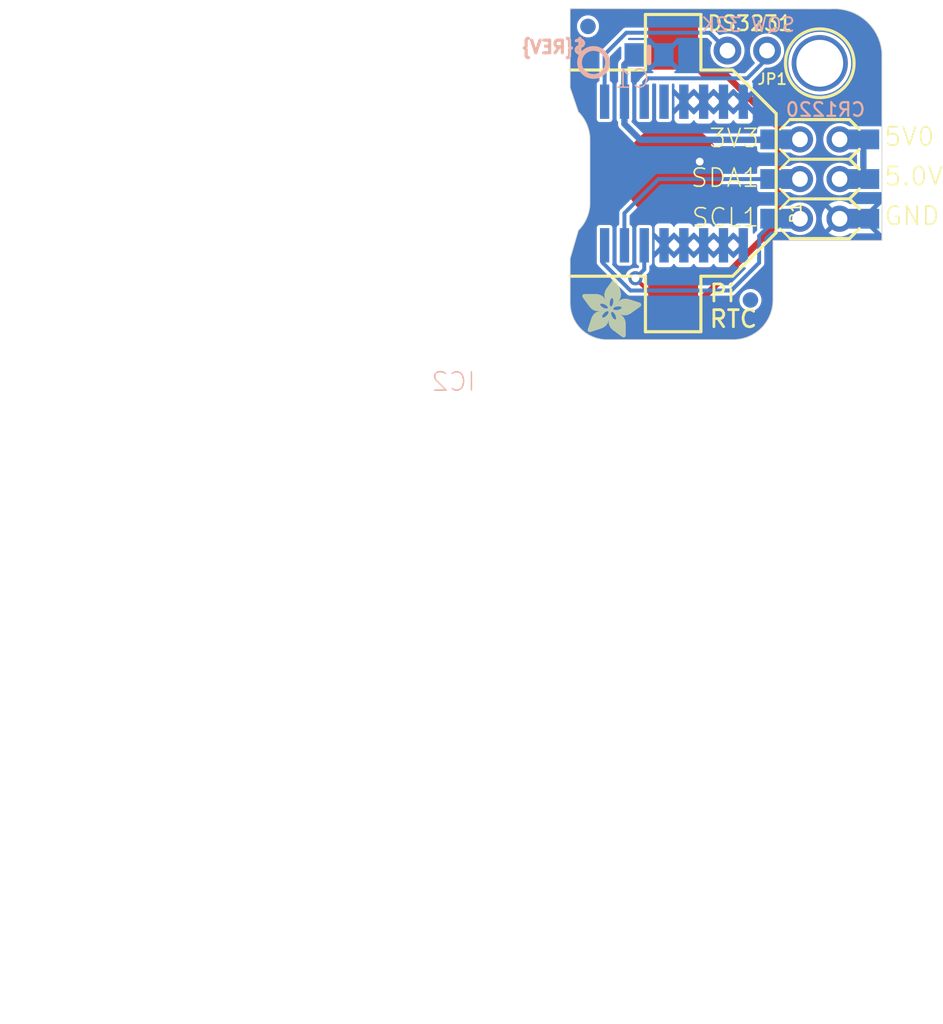
<source format=kicad_pcb>
(kicad_pcb (version 20221018) (generator pcbnew)
  (layers (0 "F.Cu" signal) (1 "In1.Cu" signal) (2 "In2.Cu" signal) (3 "In3.Cu" signal) (4 "In4.Cu" signal) (5 "In5.Cu" signal) (6 "In6.Cu" signal) (7 "In7.Cu" signal) (8 "In8.Cu" signal) (9 "In9.Cu" signal) (10 "In10.Cu" signal) (11 "In11.Cu" signal) (12 "In12.Cu" signal) (13 "In13.Cu" signal) (14 "In14.Cu" signal) (31 "B.Cu" signal) (34 "B.Paste" user) (35 "F.Paste" user) (36 "B.SilkS" user "B.Silkscreen") (37 "F.SilkS" user "F.Silkscreen") (38 "B.Mask" user) (39 "F.Mask" user) (44 "Edge.Cuts" user))
  (net 0 "")
  (net 1 "GND")
  (net 2 "SDA")
  (net 3 "SCL")
  (net 4 "VBAT")
  (net 5 "+5V")
  (net 6 "3.3V")
  (net 7 "32KHZ")
  (net 8 "SQW")
  (net 9 "~{RTC_RST}")
  (footprint "working:ADAFRUIT_3.5MM" (layer "F.Cu") (at 139.268629 115.4811)
    (fp_text reference "U$2" hide)
    (fp_text value "" hide)
  )
  (footprint "working:RASPBERRYPI_2X3_THMSMT" (layer "F.Cu") (at 154.508629 105.3211)
    (fp_text reference "RPI1" hide)
    (fp_text value "RASPBERRYPI_2X3" hide)
    (fp_text user "SCL1" (at -3.81 1.778) (layer "F.SilkS") (effects (font (size 1.1684 1.1684) (thickness 0.1016)) (justify right top)))
    (fp_text user "SDA1" (at -3.81 -0.762) (layer "F.SilkS") (effects (font (size 1.1684 1.1684) (thickness 0.1016)) (justify right top)))
    (fp_text user "3V3" (at -3.81 -3.302) (layer "F.SilkS") (effects (font (size 1.1684 1.1684) (thickness 0.1016)) (justify right top)))
    (fp_text user "GND" (at 4.064 3.048) (layer "F.SilkS") (effects (font (size 1.1684 1.1684) (thickness 0.1016)) (justify left bottom)))
    (fp_text user "5V0" (at 4.064 -2.032) (layer "F.SilkS") (effects (font (size 1.1684 1.1684) (thickness 0.1016)) (justify left bottom)))
    (fp_text user "5.0V" (at 4.064 0.508) (layer "F.SilkS") (effects (font (size 1.1684 1.1684) (thickness 0.1016)) (justify left bottom)))
    (pad "1" thru_hole circle (at -1.27 -2.54 270) (size 1.6764 1.6764) (drill 1) (layers "*.Cu" "*.Mask") (net 6 "3.3V"))
    (pad "1'" smd rect (at -2.794 -2.54 90) (size 1.27 2.032) (layers "B.Cu" "B.Paste" "B.Mask") (net 6 "3.3V"))
    (pad "2" thru_hole circle (at 1.27 -2.54 270) (size 1.6764 1.6764) (drill 1) (layers "*.Cu" "*.Mask") (net 5 "+5V"))
    (pad "2'" smd rect (at 2.794 -2.54 90) (size 1.27 2.032) (layers "B.Cu" "B.Paste" "B.Mask") (net 5 "+5V"))
    (pad "3" thru_hole circle (at -1.27 0 270) (size 1.6764 1.6764) (drill 1) (layers "*.Cu" "*.Mask") (net 2 "SDA"))
    (pad "3'" smd rect (at -2.794 0 90) (size 1.27 2.032) (layers "B.Cu" "B.Paste" "B.Mask") (net 2 "SDA"))
    (pad "4" thru_hole circle (at 1.27 0 270) (size 1.6764 1.6764) (drill 1) (layers "*.Cu" "*.Mask") (net 5 "+5V"))
    (pad "4'" smd rect (at 2.794 0 90) (size 1.27 2.032) (layers "B.Cu" "B.Paste" "B.Mask") (net 5 "+5V"))
    (pad "5" thru_hole circle (at -1.27 2.54 270) (size 1.6764 1.6764) (drill 1) (layers "*.Cu" "*.Mask") (net 3 "SCL"))
    (pad "5'" smd rect (at -2.794 2.54 90) (size 1.27 2.032) (layers "B.Cu" "B.Paste" "B.Mask") (net 3 "SCL"))
    (pad "6" thru_hole circle (at 1.27 2.54 270) (size 1.6764 1.6764) (drill 1) (layers "*.Cu" "*.Mask") (net 1 "GND"))
    (pad "6'" smd rect (at 2.794 2.54 90) (size 1.27 2.032) (layers "B.Cu" "B.Paste" "B.Mask") (net 1 "GND"))
  )
  (footprint "working:1X02_ROUND" (layer "F.Cu") (at 149.860429 97.0915 180)
    (fp_text reference "JP1" (at -2.6162 -1.8288) (layer "F.SilkS") (effects (font (size 0.692831 0.692831) (thickness 0.119969)) (justify right)))
    (fp_text value "")
    (pad "1" thru_hole circle (at -1.27 0 270) (size 1.778 1.778) (drill 1) (layers "*.Cu" "*.Mask") (net 8 "SQW"))
    (pad "2" thru_hole circle (at 1.27 0 270) (size 1.778 1.778) (drill 1) (layers "*.Cu" "*.Mask") (net 7 "32KHZ"))
  )
  (footprint "working:MOUNTINGHOLE_3.0_PLATEDTHIN" (layer "F.Cu") (at 154.508629 97.9043 180)
    (fp_text reference "U$4" hide)
    (fp_text value "MOUNTINGHOLE3.0THIN" hide)
    (pad "P$1" thru_hole circle (at 0 0 180) (size 3.6 3.6) (drill 3) (layers "*.Cu" "*.Mask"))
    (zone (net 0) (net_name "") (layer "B.Cu") (connect_pads (clearance 0)) (min_thickness 0.25)
      (keepout (tracks not_allowed) (vias not_allowed) (pads not_allowed) (copperpour not_allowed) (footprints allowed))
      (fill (thermal_gap 0.5) (thermal_bridge_width 0.5))
      (polygon (pts (xy 152.492629 97.9043) (xy 152.512249 98.184873) (xy 152.570725 98.459985) (xy 152.666921 98.724281) (xy 152.798964 98.972617) (xy 152.964283 99.20016) (xy 153.159662 99.40248) (xy 153.381296 99.57564) (xy 153.624873 99.716269) (xy 153.885651 99.82163) (xy 154.158554 99.889672) (xy 154.438272 99.919072) (xy 154.719358 99.909256) (xy 154.996344 99.860416) (xy 155.263836 99.773503) (xy 155.516629 99.650207) (xy 155.749803 99.49293) (xy 155.958818 99.304731) (xy 156.139607 99.089275) (xy 156.288651 98.850755) (xy 156.403049 98.593813) (xy 156.480575 98.32345) (xy 156.519718 98.044929) (xy 156.519718 97.763671) (xy 156.480575 97.48515) (xy 156.403049 97.214787) (xy 156.288651 96.957845) (xy 156.139607 96.719325) (xy 155.958818 96.503869) (xy 155.749803 96.31567) (xy 155.516629 96.158393) (xy 155.263836 96.035097) (xy 154.996344 95.948184) (xy 154.719358 95.899344) (xy 154.438272 95.889528) (xy 154.158554 95.918928) (xy 153.885651 95.98697) (xy 153.624873 96.092331) (xy 153.381296 96.23296) (xy 153.159662 96.40612) (xy 152.964283 96.60844) (xy 152.798964 96.835983) (xy 152.666921 97.084319) (xy 152.570725 97.348615) (xy 152.512249 97.623727)))
      (polygon (pts (xy 154.524629 97.9043) (xy 154.519943 97.892986) (xy 154.508629 97.8883) (xy 154.497315 97.892986) (xy 154.492629 97.9043) (xy 154.497315 97.915614) (xy 154.508629 97.9203) (xy 154.519943 97.915614)))
    )
  )
  (footprint "working:CR1220" (layer "F.Cu") (at 145.110629 104.9401 90)
    (fp_text reference "B1" (at -3.302 7.86 90) (layer "F.SilkS") (effects (font (size 0.692831 0.692831) (thickness 0.119969)) (justify left)))
    (fp_text value "CR1220")
    (pad "+$1" smd rect (at -8.2254 0 90) (size 3.2 3.2) (layers "F.Cu" "F.Paste" "F.Mask") (net 4 "VBAT"))
    (pad "+$2" smd rect (at 8.2254 0 90) (size 3.2 3.2) (layers "F.Cu" "F.Paste" "F.Mask") (net 4 "VBAT"))
    (pad "-" smd roundrect (at 0 0 90) (size 6.35 6.35) (layers "F.Cu" "F.Mask") (roundrect_rratio 0.5) (net 1 "GND"))
  )
  (footprint "working:FIDUCIAL_1MM" (layer "F.Cu") (at 139.802029 96.9137 180)
    (fp_text reference "FID1" hide)
    (fp_text value "FIDUCIAL_1MM" hide)
    (pad "1" smd roundrect (at 0 0 180) (size 1 1) (layers "F.Cu" "F.Mask") (roundrect_rratio 0.5))
  )
  (footprint "working:FIDUCIAL_1MM" (layer "F.Cu") (at 157.124829 100.4951 180)
    (fp_text reference "FID2" hide)
    (fp_text value "FIDUCIAL_1MM" hide)
    (pad "1" smd roundrect (at 0 0 180) (size 1 1) (layers "F.Cu" "F.Mask") (roundrect_rratio 0.5))
  )
  (footprint "working:PCBFEAT-REV-040" (layer "B.Cu") (at 140.005229 97.8535)
    (fp_text reference "U$3" hide)
    (fp_text value "" hide)
    (fp_text user "${REV}" (at -0.3556 -0.508 180) (layer "B.SilkS") (effects (font (size 0.8128 0.8128) (thickness 0.2032)) (justify left bottom mirror)))
  )
  (footprint "working:FIDUCIAL_1MM" (layer "B.Cu") (at 139.649629 95.5421 180)
    (fp_text reference "FID4" hide)
    (fp_text value "FIDUCIAL_1MM" hide)
    (pad "1" smd roundrect (at 0 0 180) (size 1 1) (layers "B.Cu" "B.Mask") (roundrect_rratio 0.5))
  )
  (footprint "working:0805-NO" (layer "B.Cu") (at 143.561229 97.3709)
    (fp_text reference "C1" (at -2.286 1.524) (layer "B.SilkS") (effects (font (size 1.176691 1.176691) (thickness 0.093309)) (justify right mirror)))
    (fp_text value "10uF")
    (pad "1" smd rect (at -0.95 0) (size 1.24 1.5) (layers "B.Cu" "B.Paste" "B.Mask") (net 6 "3.3V"))
    (pad "2" smd rect (at 0.95 0) (size 1.24 1.5) (layers "B.Cu" "B.Paste" "B.Mask") (net 1 "GND"))
  )
  (footprint "working:SO16W" (layer "B.Cu") (at 145.161429 104.9655)
    (fp_text reference "IC2" (at -15.621 13.335) (layer "B.SilkS") (effects (font (size 1.176528 1.176528) (thickness 0.093472)) (justify right mirror)))
    (fp_text value "DS3231/SO")
    (pad "1" smd rect (at -4.445 -4.6) (size 0.6 2.2) (layers "B.Cu" "B.Paste" "B.Mask") (net 7 "32KHZ"))
    (pad "2" smd rect (at -3.175 -4.6) (size 0.6 2.2) (layers "B.Cu" "B.Paste" "B.Mask") (net 6 "3.3V"))
    (pad "3" smd rect (at -1.905 -4.6) (size 0.6 2.2) (layers "B.Cu" "B.Paste" "B.Mask") (net 8 "SQW"))
    (pad "4" smd rect (at -0.635 -4.6) (size 0.6 2.2) (layers "B.Cu" "B.Paste" "B.Mask") (net 9 "~{RTC_RST}"))
    (pad "5" smd rect (at 0.635 -4.6) (size 0.6 2.2) (layers "B.Cu" "B.Paste" "B.Mask") (net 1 "GND"))
    (pad "6" smd rect (at 1.905 -4.6) (size 0.6 2.2) (layers "B.Cu" "B.Paste" "B.Mask") (net 1 "GND"))
    (pad "7" smd rect (at 3.175 -4.6) (size 0.6 2.2) (layers "B.Cu" "B.Paste" "B.Mask") (net 1 "GND"))
    (pad "8" smd rect (at 4.445 -4.6) (size 0.6 2.2) (layers "B.Cu" "B.Paste" "B.Mask") (net 1 "GND"))
    (pad "9" smd rect (at 4.445 4.6) (size 0.6 2.2) (layers "B.Cu" "B.Paste" "B.Mask") (net 1 "GND"))
    (pad "10" smd rect (at 3.175 4.6) (size 0.6 2.2) (layers "B.Cu" "B.Paste" "B.Mask") (net 1 "GND"))
    (pad "11" smd rect (at 1.905 4.6) (size 0.6 2.2) (layers "B.Cu" "B.Paste" "B.Mask") (net 1 "GND"))
    (pad "12" smd rect (at 0.635 4.6) (size 0.6 2.2) (layers "B.Cu" "B.Paste" "B.Mask") (net 1 "GND"))
    (pad "13" smd rect (at -0.635 4.6) (size 0.6 2.2) (layers "B.Cu" "B.Paste" "B.Mask") (net 1 "GND"))
    (pad "14" smd rect (at -1.905 4.6) (size 0.6 2.2) (layers "B.Cu" "B.Paste" "B.Mask") (net 4 "VBAT"))
    (pad "15" smd rect (at -3.175 4.6) (size 0.6 2.2) (layers "B.Cu" "B.Paste" "B.Mask") (net 2 "SDA"))
    (pad "16" smd rect (at -4.445 4.6) (size 0.6 2.2) (layers "B.Cu" "B.Paste" "B.Mask") (net 3 "SCL"))
  )
  (footprint "working:FIDUCIAL_1MM" (layer "B.Cu") (at 150.063629 113.0681 180)
    (fp_text reference "FID3" hide)
    (fp_text value "FIDUCIAL_1MM" hide)
    (pad "1" smd roundrect (at 0 0 180) (size 1 1) (layers "B.Cu" "B.Mask") (roundrect_rratio 0.5))
  )
  (gr_line (start 139.776629 106.808997) (end 139.776629 102.817204) (stroke (width 0.05)) (layer "Edge.Cuts"))
  (gr_line (start 139.032679 101.02115) (end 138.506629 99.4791) (stroke (width 0.05)) (layer "Edge.Cuts"))
  (gr_arc (start 139.776629 106.808997) (mid 139.583283 107.781014) (end 139.032679 108.60505) (stroke (width 0.05)) (layer "Edge.Cuts"))
  (gr_arc (start 155.194429 94.4245) (mid 157.424085 95.137633) (end 158.496429 97.2185) (stroke (width 0.05)) (layer "Edge.Cuts"))
  (gr_arc (start 139.032679 101.02115) (mid 139.583283 101.845186) (end 139.776629 102.817204) (stroke (width 0.05)) (layer "Edge.Cuts"))
  (gr_arc (start 140.792629 115.6081) (mid 139.14988 114.875046) (end 138.506629 113.1951) (stroke (width 0.05)) (layer "Edge.Cuts"))
  (gr_line (start 158.496429 109.2581) (end 151.511429 109.2581) (stroke (width 0.05)) (layer "Edge.Cuts"))
  (gr_line (start 138.506629 99.4791) (end 138.506629 94.3991) (stroke (width 0.05)) (layer "Edge.Cuts"))
  (gr_arc (start 151.511429 113.0681) (mid 150.76748 114.864151) (end 148.971429 115.6081) (stroke (width 0.05)) (layer "Edge.Cuts"))
  (gr_line (start 151.511429 109.2581) (end 151.511429 113.0681) (stroke (width 0.05)) (layer "Edge.Cuts"))
  (gr_line (start 158.496429 97.2185) (end 158.496429 109.2581) (stroke (width 0.05)) (layer "Edge.Cuts"))
  (gr_line (start 148.971429 115.6081) (end 140.792629 115.6081) (stroke (width 0.05)) (layer "Edge.Cuts"))
  (gr_line (start 138.506629 94.3991) (end 155.194429 94.4245) (stroke (width 0.05)) (layer "Edge.Cuts"))
  (gr_line (start 138.506629 113.1951) (end 138.506629 110.4011) (stroke (width 0.05)) (layer "Edge.Cuts"))
  (gr_line (start 138.506629 110.4011) (end 139.032679 108.60505) (stroke (width 0.05)) (layer "Edge.Cuts"))
  (gr_text "SQW" (at 151.511429 95.4405) (layer "B.SilkS") (effects (font (size 0.89408 0.89408) (thickness 0.12192)) (justify mirror)))
  (gr_text "32K" (at 148.209429 95.4405) (layer "B.SilkS") (effects (font (size 0.89408 0.89408) (thickness 0.12192)) (justify mirror)))
  (gr_text "CR1220" (at 157.505829 101.3841) (layer "B.SilkS") (effects (font (size 0.87376 0.87376) (thickness 0.14224)) (justify left bottom mirror)))
  (gr_text "Pi" (at 147.345829 113.2713) (layer "F.SilkS") (effects (font (size 1.0922 1.0922) (thickness 0.1778)) (justify left bottom)))
  (gr_text "RTC" (at 147.345829 114.9223) (layer "F.SilkS") (effects (font (size 1.0922 1.0922) (thickness 0.1778)) (justify left bottom)))
  (gr_text "DS3231" (at 147.218829 95.8977) (layer "F.SilkS") (effects (font (size 0.939292 0.939292) (thickness 0.152908)) (justify left bottom)))
  (segment (start 145.110629 104.9401) (end 145.847229 104.2035) (width 0.254) (layer "F.Cu") (net 1))
  (segment (start 145.110629 104.9401) (end 144.856629 104.6861) (width 0.4064) (layer "F.Cu") (net 1))
  (segment (start 145.847229 104.2035) (end 146.812429 104.2035) (width 0.254) (layer "F.Cu") (net 1))
  (via (at 146.812429 104.2035) (size 0.9064) (drill 0.5) (layers "F.Cu" "B.Cu") (net 1))
  (segment (start 157.302629 107.8611) (end 155.778629 107.8611) (width 0.4064) (layer "B.Cu") (net 1))
  (segment (start 151.714629 105.3211) (end 144.170829 105.3211) (width 0.254) (layer "B.Cu") (net 2))
  (segment (start 144.170829 105.3211) (end 141.986429 107.5055) (width 0.254) (layer "B.Cu") (net 2))
  (segment (start 151.714629 105.3211) (end 153.238629 105.3211) (width 0.4064) (layer "B.Cu") (net 2))
  (segment (start 141.986429 107.5055) (end 141.986429 109.5655) (width 0.254) (layer "B.Cu") (net 2))
  (segment (start 150.622429 108.9533) (end 150.622429 110.6805) (width 0.254) (layer "B.Cu") (net 3))
  (segment (start 142.367429 112.4585) (end 140.589429 110.6805) (width 0.254) (layer "B.Cu") (net 3))
  (segment (start 140.589429 110.6805) (end 140.716429 110.5535) (width 0.254) (layer "B.Cu") (net 3))
  (segment (start 148.844429 112.4585) (end 142.367429 112.4585) (width 0.254) (layer "B.Cu") (net 3))
  (segment (start 150.622429 110.6805) (end 148.844429 112.4585) (width 0.254) (layer "B.Cu") (net 3))
  (segment (start 140.716429 110.5535) (end 140.716429 109.5655) (width 0.254) (layer "B.Cu") (net 3))
  (segment (start 151.714629 107.8611) (end 150.622429 108.9533) (width 0.254) (layer "B.Cu") (net 3))
  (segment (start 153.238629 107.8611) (end 151.714629 107.8611) (width 0.3048) (layer "B.Cu") (net 3))
  (segment (start 146.791229 113.1655) (end 151.841629 108.1151) (width 0.4064) (layer "F.Cu") (net 4))
  (segment (start 145.110629 113.1655) (end 146.791229 113.1655) (width 0.4064) (layer "F.Cu") (net 4))
  (segment (start 151.841629 101.9937) (end 148.463429 98.6155) (width 0.4064) (layer "F.Cu") (net 4))
  (segment (start 145.201629 96.6237) (end 145.110629 96.7147) (width 0.4064) (layer "F.Cu") (net 4))
  (segment (start 148.463429 98.6155) (end 147.066429 98.6155) (width 0.4064) (layer "F.Cu") (net 4))
  (segment (start 142.691929 111.6751) (end 144.182329 113.1655) (width 0.254) (layer "F.Cu") (net 4))
  (segment (start 144.182329 113.1655) (end 145.110629 113.1655) (width 0.254) (layer "F.Cu") (net 4))
  (segment (start 145.201629 96.7507) (end 145.201629 96.6237) (width 0.4064) (layer "F.Cu") (net 4))
  (segment (start 151.841629 108.1151) (end 151.841629 101.9937) (width 0.4064) (layer "F.Cu") (net 4))
  (segment (start 147.066429 98.6155) (end 145.201629 96.7507) (width 0.4064) (layer "F.Cu") (net 4))
  (via (at 142.691929 111.6751) (size 0.9064) (drill 0.5) (layers "F.Cu" "B.Cu") (net 4))
  (segment (start 143.256429 111.1106) (end 142.691929 111.6751) (width 0.254) (layer "B.Cu") (net 4))
  (segment (start 143.256429 109.5655) (end 143.256429 111.1106) (width 0.254) (layer "B.Cu") (net 4))
  (segment (start 157.302629 105.3211) (end 157.302629 102.7811) (width 0.4064) (layer "B.Cu") (net 5))
  (segment (start 155.778629 102.7811) (end 157.302629 102.7811) (width 0.4064) (layer "B.Cu") (net 5))
  (segment (start 157.302629 105.3211) (end 155.778629 105.3211) (width 0.4064) (layer "B.Cu") (net 5))
  (segment (start 141.986429 97.9957) (end 142.611229 97.3709) (width 0.4064) (layer "B.Cu") (net 6))
  (segment (start 150.622429 102.8065) (end 143.002429 102.8065) (width 0.4064) (layer "B.Cu") (net 6))
  (segment (start 141.986429 100.3655) (end 141.986429 97.9957) (width 0.4064) (layer "B.Cu") (net 6))
  (segment (start 141.986429 101.7905) (end 141.986429 100.3655) (width 0.4064) (layer "B.Cu") (net 6))
  (segment (start 143.002429 102.8065) (end 141.986429 101.7905) (width 0.4064) (layer "B.Cu") (net 6))
  (segment (start 151.714629 102.7811) (end 150.622429 102.8065) (width 0.4064) (layer "B.Cu") (net 6))
  (segment (start 151.714629 102.7811) (end 153.238629 102.7811) (width 0.4064) (layer "B.Cu") (net 6))
  (segment (start 147.447429 95.9485) (end 148.590429 97.0915) (width 0.254) (layer "B.Cu") (net 7))
  (segment (start 142.113429 95.9485) (end 140.716429 97.3455) (width 0.254) (layer "B.Cu") (net 7))
  (segment (start 140.716429 100.3655) (end 140.716429 97.3455) (width 0.254) (layer "B.Cu") (net 7))
  (segment (start 142.113429 95.9485) (end 147.447429 95.9485) (width 0.254) (layer "B.Cu") (net 7))
  (segment (start 143.256429 100.3655) (end 143.256429 99.1235) (width 0.254) (layer "B.Cu") (net 8))
  (segment (start 151.130429 97.5995) (end 151.130429 97.0915) (width 0.254) (layer "B.Cu") (net 8))
  (segment (start 143.256429 99.1235) (end 143.510429 98.8695) (width 0.254) (layer "B.Cu") (net 8))
  (segment (start 149.860429 98.8695) (end 151.130429 97.5995) (width 0.254) (layer "B.Cu") (net 8))
  (segment (start 149.860429 98.8695) (end 143.510429 98.8695) (width 0.254) (layer "B.Cu") (net 8))
  (zone (net 1) (net_name "GND") (layer "B.Cu") (priority 6) (connect_pads (clearance 0.000001)) (min_thickness 0.127) (fill yes (thermal_gap 0.304) (thermal_bridge_width 0.304))
    (polygon (pts (xy 158.315627 115.7605) (xy 138.253386 115.7605) (xy 138.124867 94.2721) (xy 158.829704 94.2721)))
  )
)
</source>
